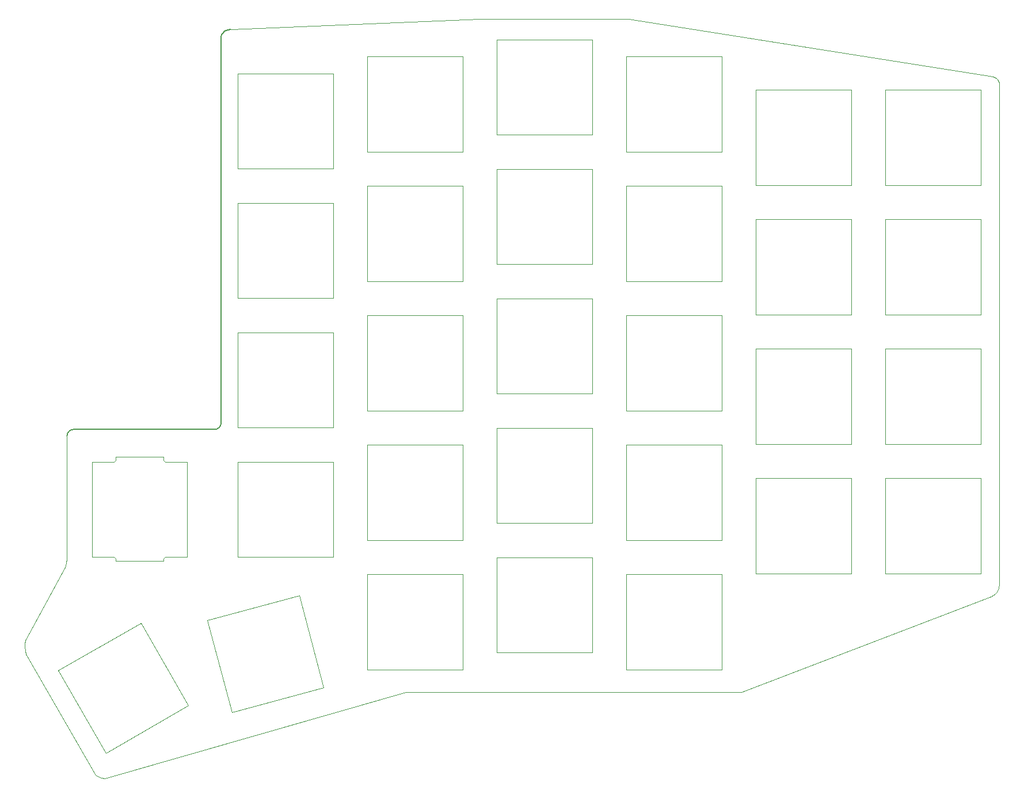
<source format=gbr>
G04 #@! TF.GenerationSoftware,KiCad,Pcbnew,(6.0.5)*
G04 #@! TF.CreationDate,2022-12-06T20:58:20-06:00*
G04 #@! TF.ProjectId,SofleKeyboardTopPlate,536f666c-654b-4657-9962-6f617264546f,rev?*
G04 #@! TF.SameCoordinates,Original*
G04 #@! TF.FileFunction,Profile,NP*
%FSLAX46Y46*%
G04 Gerber Fmt 4.6, Leading zero omitted, Abs format (unit mm)*
G04 Created by KiCad (PCBNEW (6.0.5)) date 2022-12-06 20:58:20*
%MOMM*%
%LPD*%
G01*
G04 APERTURE LIST*
G04 #@! TA.AperFunction,Profile*
%ADD10C,0.100000*%
G04 #@! TD*
G04 #@! TA.AperFunction,Profile*
%ADD11C,0.150000*%
G04 #@! TD*
G04 #@! TA.AperFunction,Profile*
%ADD12C,0.120000*%
G04 #@! TD*
G04 APERTURE END LIST*
D10*
X225381081Y-44001407D02*
X225467481Y-44182272D01*
X92647200Y-146203600D02*
X82397200Y-128403600D01*
X171047200Y-35003600D02*
X224572641Y-43448746D01*
X88372457Y-114403600D02*
X88297200Y-115053600D01*
X93447200Y-146653600D02*
X93997200Y-146753600D01*
X82247200Y-127903600D02*
X82197200Y-127303600D01*
X92997200Y-146503600D02*
X93447200Y-146653600D01*
X224774311Y-43500376D02*
X224959071Y-43585066D01*
X224499398Y-119911600D02*
X187597200Y-134003600D01*
X88297200Y-115053600D02*
X88097200Y-115653600D01*
X82197200Y-127303600D02*
X82197200Y-126903600D01*
X92647200Y-146203600D02*
X92997200Y-146503600D01*
X224572641Y-43448746D02*
X224774311Y-43500376D01*
X225540381Y-44585502D02*
X225566200Y-118324954D01*
X225521581Y-44378171D02*
X225540381Y-44585502D01*
X82297200Y-126403600D02*
X88097200Y-115653600D01*
X225467481Y-44182272D02*
X225521581Y-44378171D01*
X149097200Y-35003600D02*
X112497200Y-36458600D01*
X138251328Y-134003600D02*
X187597200Y-134003600D01*
X82397200Y-128403600D02*
X82247200Y-127903600D01*
X82197200Y-126903600D02*
X82297200Y-126403600D01*
X138251328Y-134003600D02*
X93997200Y-146753600D01*
X225123821Y-43699200D02*
X225265521Y-43839182D01*
X149097200Y-35003600D02*
X171047200Y-35003600D01*
X225265521Y-43839182D02*
X225381081Y-44001407D01*
X88372457Y-114403600D02*
X88402200Y-96358600D01*
X224959071Y-43585066D02*
X225123821Y-43699200D01*
D11*
X89402200Y-95358600D02*
X110097200Y-95358600D01*
X111097200Y-94358600D02*
X111097200Y-37603600D01*
X111197200Y-37258600D02*
X111397200Y-36958600D01*
X111397200Y-36958600D02*
X111597200Y-36758600D01*
X111097200Y-37603600D02*
X111197200Y-37258600D01*
X89402200Y-95358600D02*
G75*
G03*
X88402200Y-96358600I0J-1000000D01*
G01*
X111597200Y-36758600D02*
X111797200Y-36658600D01*
X110097200Y-95358600D02*
G75*
G03*
X111097200Y-94358600I0J1000000D01*
G01*
X112097200Y-36558600D02*
X112497200Y-36458600D01*
X111797200Y-36658600D02*
X112097200Y-36558600D01*
D10*
X224499413Y-119911635D02*
G75*
G03*
X225566200Y-118324954I-681313J1610035D01*
G01*
D12*
X208800000Y-45400000D02*
X208800000Y-59400000D01*
X222800000Y-45400000D02*
X208800000Y-45400000D01*
X208800000Y-59400000D02*
X222800000Y-59400000D01*
X222800000Y-59400000D02*
X222800000Y-45400000D01*
X189750000Y-59400000D02*
X203750000Y-59400000D01*
X203750000Y-59400000D02*
X203750000Y-45400000D01*
X203750000Y-45400000D02*
X189750000Y-45400000D01*
X189750000Y-45400000D02*
X189750000Y-59400000D01*
X189750000Y-78450000D02*
X203750000Y-78450000D01*
X189750000Y-64450000D02*
X189750000Y-78450000D01*
X203750000Y-78450000D02*
X203750000Y-64450000D01*
X203750000Y-64450000D02*
X189750000Y-64450000D01*
X208800000Y-78450000D02*
X222800000Y-78450000D01*
X208800000Y-64450000D02*
X208800000Y-78450000D01*
X222800000Y-64450000D02*
X208800000Y-64450000D01*
X222800000Y-78450000D02*
X222800000Y-64450000D01*
X203750000Y-83500000D02*
X189750000Y-83500000D01*
X189750000Y-97500000D02*
X203750000Y-97500000D01*
X203750000Y-97500000D02*
X203750000Y-83500000D01*
X189750000Y-83500000D02*
X189750000Y-97500000D01*
X222800000Y-97500000D02*
X222800000Y-83500000D01*
X208800000Y-97500000D02*
X222800000Y-97500000D01*
X208800000Y-83500000D02*
X208800000Y-97500000D01*
X222800000Y-83500000D02*
X208800000Y-83500000D01*
X203750000Y-102550000D02*
X189750000Y-102550000D01*
X189750000Y-116550000D02*
X203750000Y-116550000D01*
X203750000Y-116550000D02*
X203750000Y-102550000D01*
X189750000Y-102550000D02*
X189750000Y-116550000D01*
X170700000Y-40500000D02*
X170700000Y-54500000D01*
X170700000Y-54500000D02*
X184700000Y-54500000D01*
X184700000Y-54500000D02*
X184700000Y-40500000D01*
X184700000Y-40500000D02*
X170700000Y-40500000D01*
X170700000Y-59550000D02*
X170700000Y-73550000D01*
X184700000Y-73550000D02*
X184700000Y-59550000D01*
X184700000Y-59550000D02*
X170700000Y-59550000D01*
X170700000Y-73550000D02*
X184700000Y-73550000D01*
X170700000Y-92600000D02*
X184700000Y-92600000D01*
X184700000Y-78600000D02*
X170700000Y-78600000D01*
X170700000Y-78600000D02*
X170700000Y-92600000D01*
X184700000Y-92600000D02*
X184700000Y-78600000D01*
X184700000Y-97650000D02*
X170700000Y-97650000D01*
X170700000Y-97650000D02*
X170700000Y-111650000D01*
X170700000Y-111650000D02*
X184700000Y-111650000D01*
X184700000Y-111650000D02*
X184700000Y-97650000D01*
X170700000Y-116700000D02*
X170700000Y-130700000D01*
X184700000Y-130700000D02*
X184700000Y-116700000D01*
X170700000Y-130700000D02*
X184700000Y-130700000D01*
X184700000Y-116700000D02*
X170700000Y-116700000D01*
X151650000Y-38000000D02*
X151650000Y-52000000D01*
X165650000Y-38000000D02*
X151650000Y-38000000D01*
X151650000Y-52000000D02*
X165650000Y-52000000D01*
X165650000Y-52000000D02*
X165650000Y-38000000D01*
X165650000Y-71050000D02*
X165650000Y-57050000D01*
X151650000Y-57050000D02*
X151650000Y-71050000D01*
X165650000Y-57050000D02*
X151650000Y-57050000D01*
X151650000Y-71050000D02*
X165650000Y-71050000D01*
X165650000Y-90100000D02*
X165650000Y-76100000D01*
X165650000Y-76100000D02*
X151650000Y-76100000D01*
X151650000Y-76100000D02*
X151650000Y-90100000D01*
X151650000Y-90100000D02*
X165650000Y-90100000D01*
X165650000Y-95150000D02*
X151650000Y-95150000D01*
X165650000Y-109150000D02*
X165650000Y-95150000D01*
X151650000Y-109150000D02*
X165650000Y-109150000D01*
X151650000Y-95150000D02*
X151650000Y-109150000D01*
X165650000Y-114200000D02*
X151650000Y-114200000D01*
X151650000Y-114200000D02*
X151650000Y-128200000D01*
X165650000Y-128200000D02*
X165650000Y-114200000D01*
X151650000Y-128200000D02*
X165650000Y-128200000D01*
X146600000Y-54500000D02*
X146600000Y-40500000D01*
X132600000Y-40500000D02*
X132600000Y-54500000D01*
X146600000Y-40500000D02*
X132600000Y-40500000D01*
X132600000Y-54500000D02*
X146600000Y-54500000D01*
X146600000Y-59550000D02*
X132600000Y-59550000D01*
X146600000Y-73550000D02*
X146600000Y-59550000D01*
X132600000Y-73550000D02*
X146600000Y-73550000D01*
X132600000Y-59550000D02*
X132600000Y-73550000D01*
X146600000Y-92600000D02*
X146600000Y-78600000D01*
X146600000Y-78600000D02*
X132600000Y-78600000D01*
X132600000Y-78600000D02*
X132600000Y-92600000D01*
X132600000Y-92600000D02*
X146600000Y-92600000D01*
X132600000Y-97650000D02*
X132600000Y-111650000D01*
X132600000Y-111650000D02*
X146600000Y-111650000D01*
X146600000Y-97650000D02*
X132600000Y-97650000D01*
X146600000Y-111650000D02*
X146600000Y-97650000D01*
X132600000Y-130700000D02*
X146600000Y-130700000D01*
X146600000Y-130700000D02*
X146600000Y-116700000D01*
X146600000Y-116700000D02*
X132600000Y-116700000D01*
X132600000Y-116700000D02*
X132600000Y-130700000D01*
X127550000Y-57000000D02*
X127550000Y-43000000D01*
X113550000Y-57000000D02*
X127550000Y-57000000D01*
X127550000Y-43000000D02*
X113550000Y-43000000D01*
X113550000Y-43000000D02*
X113550000Y-57000000D01*
X113550000Y-62050000D02*
X113550000Y-76050000D01*
X127550000Y-62050000D02*
X113550000Y-62050000D01*
X127550000Y-76050000D02*
X127550000Y-62050000D01*
X113550000Y-76050000D02*
X127550000Y-76050000D01*
X127550000Y-81100000D02*
X113550000Y-81100000D01*
X127550000Y-95100000D02*
X127550000Y-81100000D01*
X113550000Y-81100000D02*
X113550000Y-95100000D01*
X113550000Y-95100000D02*
X127550000Y-95100000D01*
X127550000Y-114150000D02*
X127550000Y-100150000D01*
X127550000Y-100150000D02*
X113550000Y-100150000D01*
X113550000Y-100150000D02*
X113550000Y-114150000D01*
X113550000Y-114150000D02*
X127550000Y-114150000D01*
X112650253Y-136973214D02*
X126173214Y-133349747D01*
X109026786Y-123450253D02*
X112650253Y-136973214D01*
X122549747Y-119826786D02*
X109026786Y-123450253D01*
X126173214Y-133349747D02*
X122549747Y-119826786D01*
X106272178Y-135962178D02*
X99272178Y-123837822D01*
X94147822Y-142962178D02*
X106272178Y-135962178D01*
X87147822Y-130837822D02*
X94147822Y-142962178D01*
X99272178Y-123837822D02*
X87147822Y-130837822D01*
X222800000Y-102550000D02*
X208800000Y-102550000D01*
X208800000Y-102550000D02*
X208800000Y-116550000D01*
X222800000Y-116550000D02*
X222800000Y-102550000D01*
X208800000Y-116550000D02*
X222800000Y-116550000D01*
X92102200Y-100150000D02*
X92102200Y-114150000D01*
X95582200Y-114750000D02*
X102622200Y-114750000D01*
X102622200Y-99400000D02*
X95582200Y-99400000D01*
X95582200Y-99400000D02*
X95582200Y-99910000D01*
X95352200Y-100150000D02*
X92102200Y-100150000D01*
X102852200Y-100150000D02*
X106102200Y-100150000D01*
X95582200Y-99910000D02*
X95352200Y-100150000D01*
X102622200Y-99910000D02*
X102852200Y-100150000D01*
X95582200Y-114390000D02*
X95352200Y-114150000D01*
X95352200Y-114150000D02*
X92102200Y-114150000D01*
X106102200Y-114150000D02*
X106102200Y-100150000D01*
X102622200Y-114390000D02*
X102852200Y-114150000D01*
X102622200Y-114750000D02*
X102622200Y-114390000D01*
X102622200Y-99400000D02*
X102622200Y-99910000D01*
X95582200Y-114750000D02*
X95582200Y-114390000D01*
X102852200Y-114150000D02*
X106102200Y-114150000D01*
M02*

</source>
